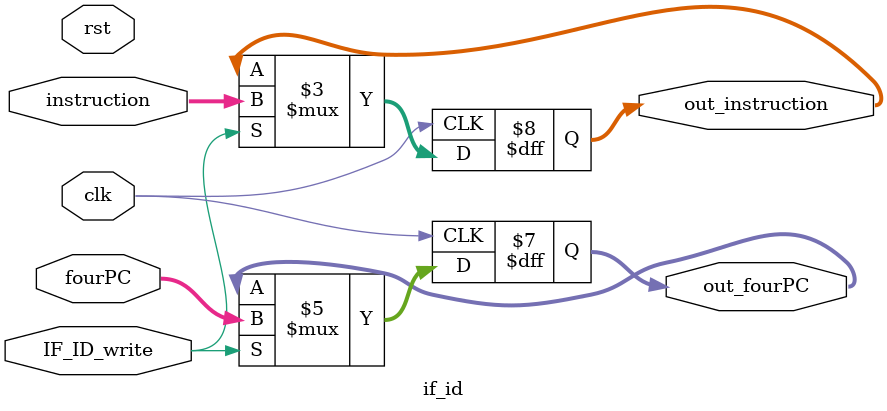
<source format=v>
/**
 * IF与ID之间的寄存器模块
 * @author AshinZ
 * @time   2020-4-25 
*/

module if_id(clk,rst,fourPC,instruction,IF_ID_write,out_fourPC,out_instruction);

    input          clk;
    input          rst;
    input  [31:2]  fourPC;
    input  [31:0]  instruction;
    input          IF_ID_write; 

    output [31:2]  out_fourPC;
    output [31:0]  out_instruction;

    reg [31:0]   out_instruction;
    reg [31:2]   out_fourPC;

    always @(posedge clk)
        begin 
            if(IF_ID_write!=0)
            begin
            out_instruction <= instruction;
            out_fourPC <= fourPC;
            end
        end
    
endmodule


</source>
